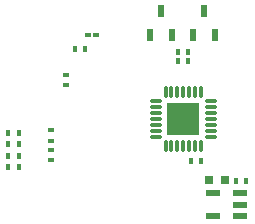
<source format=gbp>
G04*
G04 #@! TF.GenerationSoftware,Altium Limited,Altium Designer,21.6.4 (81)*
G04*
G04 Layer_Color=128*
%FSLAX44Y44*%
%MOMM*%
G71*
G04*
G04 #@! TF.SameCoordinates,711A6483-5E67-4E50-9913-089A3A40D486*
G04*
G04*
G04 #@! TF.FilePolarity,Positive*
G04*
G01*
G75*
%ADD19R,0.4000X0.5000*%
%ADD22R,0.5000X0.4000*%
%ADD26R,0.7620X0.7620*%
%ADD73R,0.5000X0.3000*%
%ADD74R,0.6000X1.0000*%
G04:AMPARAMS|DCode=75|XSize=0.3048mm|YSize=0.9652mm|CornerRadius=0.0762mm|HoleSize=0mm|Usage=FLASHONLY|Rotation=270.000|XOffset=0mm|YOffset=0mm|HoleType=Round|Shape=RoundedRectangle|*
%AMROUNDEDRECTD75*
21,1,0.3048,0.8128,0,0,270.0*
21,1,0.1524,0.9652,0,0,270.0*
1,1,0.1524,-0.4064,-0.0762*
1,1,0.1524,-0.4064,0.0762*
1,1,0.1524,0.4064,0.0762*
1,1,0.1524,0.4064,-0.0762*
%
%ADD75ROUNDEDRECTD75*%
G04:AMPARAMS|DCode=76|XSize=0.3048mm|YSize=0.9652mm|CornerRadius=0.0762mm|HoleSize=0mm|Usage=FLASHONLY|Rotation=0.000|XOffset=0mm|YOffset=0mm|HoleType=Round|Shape=RoundedRectangle|*
%AMROUNDEDRECTD76*
21,1,0.3048,0.8128,0,0,0.0*
21,1,0.1524,0.9652,0,0,0.0*
1,1,0.1524,0.0762,-0.4064*
1,1,0.1524,-0.0762,-0.4064*
1,1,0.1524,-0.0762,0.4064*
1,1,0.1524,0.0762,0.4064*
%
%ADD76ROUNDEDRECTD76*%
%ADD77R,2.7000X2.8000*%
%ADD78R,1.1570X0.4900*%
%ADD79R,1.1750X0.4900*%
D19*
X186250Y130810D02*
D03*
X194750D02*
D03*
X139120Y59691D02*
D03*
X130121Y59690D02*
D03*
Y49940D02*
D03*
X139120Y49941D02*
D03*
X130121Y30439D02*
D03*
X139120Y30440D02*
D03*
X130121Y40189D02*
D03*
X139120Y40190D02*
D03*
X284870Y35560D02*
D03*
X293370D02*
D03*
X331511Y18565D02*
D03*
X322512Y18564D02*
D03*
X273880Y128270D02*
D03*
X282380D02*
D03*
X282380Y120650D02*
D03*
X273880D02*
D03*
D22*
X166369Y61649D02*
D03*
X166370Y52650D02*
D03*
X166369Y44890D02*
D03*
Y36390D02*
D03*
X179069Y108639D02*
D03*
X179070Y99640D02*
D03*
D26*
X300193Y19833D02*
D03*
X313193D02*
D03*
D73*
X204048Y142240D02*
D03*
X197272D02*
D03*
D74*
X259080Y162400D02*
D03*
X249580Y142400D02*
D03*
X268580D02*
D03*
X305410D02*
D03*
X286410D02*
D03*
X295910Y162400D02*
D03*
D75*
X301371Y86120D02*
D03*
Y81120D02*
D03*
Y76120D02*
D03*
Y71120D02*
D03*
Y66120D02*
D03*
Y61120D02*
D03*
Y56120D02*
D03*
X254889D02*
D03*
Y61120D02*
D03*
Y66120D02*
D03*
Y71120D02*
D03*
Y76120D02*
D03*
Y81120D02*
D03*
Y86120D02*
D03*
D76*
X293130Y47879D02*
D03*
X288130D02*
D03*
X283130D02*
D03*
X278130D02*
D03*
X273130D02*
D03*
X268130D02*
D03*
X263130D02*
D03*
Y94361D02*
D03*
X268130D02*
D03*
X273130D02*
D03*
X278130D02*
D03*
X283130D02*
D03*
X288130D02*
D03*
X293130D02*
D03*
D77*
X278130Y71120D02*
D03*
D78*
X326497Y8230D02*
D03*
Y-1270D02*
D03*
Y-10770D02*
D03*
D79*
X303423D02*
D03*
Y8230D02*
D03*
M02*

</source>
